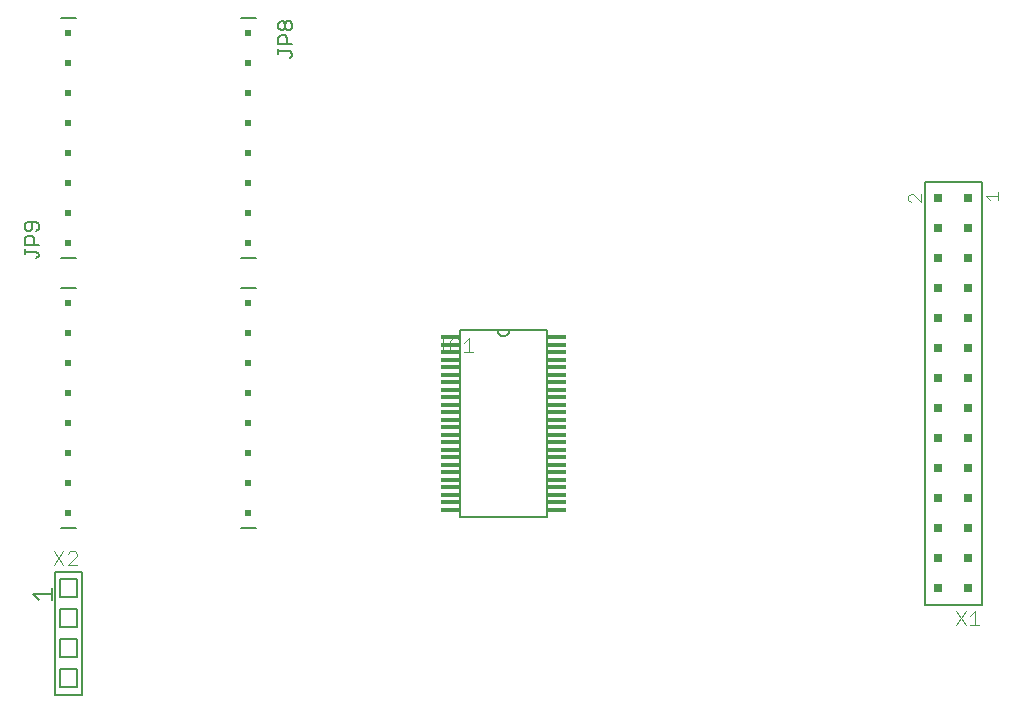
<source format=gto>
G75*
G70*
%OFA0B0*%
%FSLAX24Y24*%
%IPPOS*%
%LPD*%
%AMOC8*
5,1,8,0,0,1.08239X$1,22.5*
%
%ADD10C,0.0080*%
%ADD11C,0.0040*%
%ADD12R,0.0602X0.0138*%
%ADD13C,0.0030*%
%ADD14R,0.0276X0.0276*%
%ADD15C,0.0050*%
%ADD16R,0.0200X0.0200*%
D10*
X001645Y001049D02*
X001645Y005151D01*
X002555Y005151D01*
X002555Y001049D01*
X001645Y001049D01*
X001807Y001303D02*
X001807Y001893D01*
X002397Y001893D01*
X002397Y001303D01*
X001807Y001303D01*
X001807Y002303D02*
X001807Y002893D01*
X002397Y002893D01*
X002397Y002303D01*
X001807Y002303D01*
X001807Y003303D02*
X001807Y003893D01*
X002397Y003893D01*
X002397Y003303D01*
X001807Y003303D01*
X001807Y004303D02*
X001807Y004893D01*
X002397Y004893D01*
X002397Y004303D01*
X001807Y004303D01*
X001850Y006600D02*
X002350Y006600D01*
X007850Y006600D02*
X008350Y006600D01*
X015144Y006990D02*
X015144Y013210D01*
X018056Y013210D01*
X018056Y006990D01*
X015144Y006990D01*
X016403Y013210D02*
X016405Y013183D01*
X016410Y013157D01*
X016419Y013132D01*
X016432Y013108D01*
X016447Y013086D01*
X016466Y013066D01*
X016486Y013049D01*
X016509Y013035D01*
X016534Y013024D01*
X016560Y013017D01*
X016587Y013013D01*
X016613Y013013D01*
X016640Y013017D01*
X016666Y013024D01*
X016691Y013035D01*
X016714Y013049D01*
X016734Y013066D01*
X016753Y013086D01*
X016768Y013108D01*
X016781Y013132D01*
X016790Y013157D01*
X016795Y013183D01*
X016797Y013210D01*
X008350Y014600D02*
X007850Y014600D01*
X007850Y015600D02*
X008350Y015600D01*
X002350Y015600D02*
X001850Y015600D01*
X001850Y014600D02*
X002350Y014600D01*
X002350Y023600D02*
X001850Y023600D01*
X007850Y023600D02*
X008350Y023600D01*
X030645Y018151D02*
X032555Y018151D01*
X032555Y004049D01*
X030645Y004049D01*
X030645Y018151D01*
D11*
X015596Y012468D02*
X015289Y012468D01*
X015442Y012468D02*
X015442Y012929D01*
X015289Y012775D01*
X015135Y012852D02*
X015059Y012929D01*
X014905Y012929D01*
X014829Y012852D01*
X014829Y012545D01*
X014905Y012468D01*
X015059Y012468D01*
X015135Y012545D01*
X014675Y012468D02*
X014522Y012468D01*
X014598Y012468D02*
X014598Y012929D01*
X014522Y012929D02*
X014675Y012929D01*
X002387Y005754D02*
X002387Y005677D01*
X002080Y005370D01*
X002387Y005370D01*
X001927Y005370D02*
X001620Y005830D01*
X001927Y005830D02*
X001620Y005370D01*
X002080Y005754D02*
X002157Y005830D01*
X002311Y005830D01*
X002387Y005754D01*
X031699Y003830D02*
X032006Y003370D01*
X032160Y003370D02*
X032467Y003370D01*
X032313Y003370D02*
X032313Y003830D01*
X032160Y003677D01*
X032006Y003830D02*
X031699Y003370D01*
D12*
X018397Y007225D03*
X018397Y007475D03*
X018397Y007725D03*
X018397Y007975D03*
X018397Y008225D03*
X018397Y008475D03*
X018397Y008725D03*
X018397Y008975D03*
X018397Y009225D03*
X018397Y009475D03*
X018397Y009725D03*
X018397Y009975D03*
X018397Y010225D03*
X018397Y010475D03*
X018397Y010725D03*
X018397Y010975D03*
X018397Y011225D03*
X018397Y011475D03*
X018397Y011725D03*
X018397Y011975D03*
X018397Y012225D03*
X018397Y012475D03*
X018397Y012725D03*
X018397Y012975D03*
X014803Y012975D03*
X014803Y012725D03*
X014803Y012475D03*
X014803Y012225D03*
X014803Y011975D03*
X014803Y011725D03*
X014803Y011475D03*
X014803Y011225D03*
X014803Y010975D03*
X014803Y010725D03*
X014803Y010475D03*
X014803Y010225D03*
X014803Y009975D03*
X014803Y009725D03*
X014803Y009475D03*
X014803Y009225D03*
X014803Y008975D03*
X014803Y008725D03*
X014803Y008475D03*
X014803Y008225D03*
X014803Y007975D03*
X014803Y007725D03*
X014803Y007475D03*
X014803Y007225D03*
D13*
X030101Y017531D02*
X030101Y017666D01*
X030169Y017733D01*
X030236Y017733D01*
X030505Y017464D01*
X030505Y017733D01*
X030169Y017464D02*
X030101Y017531D01*
X032685Y017668D02*
X032819Y017533D01*
X032685Y017668D02*
X033088Y017668D01*
X033088Y017802D02*
X033088Y017533D01*
D14*
X032100Y017600D03*
X031100Y017600D03*
X031100Y016600D03*
X032100Y016600D03*
X032100Y015600D03*
X031100Y015600D03*
X031100Y014600D03*
X032100Y014600D03*
X032100Y013600D03*
X031100Y013600D03*
X031100Y012600D03*
X032100Y012600D03*
X032100Y011600D03*
X031100Y011600D03*
X031100Y010600D03*
X032100Y010600D03*
X032100Y009600D03*
X031100Y009600D03*
X031100Y008600D03*
X032100Y008600D03*
X032100Y007600D03*
X031100Y007600D03*
X031100Y006600D03*
X032100Y006600D03*
X032100Y005600D03*
X031100Y005600D03*
X031100Y004600D03*
X032100Y004600D03*
D15*
X009545Y022349D02*
X009545Y022424D01*
X009470Y022499D01*
X009095Y022499D01*
X009095Y022424D02*
X009095Y022574D01*
X009095Y022734D02*
X009095Y022959D01*
X009170Y023034D01*
X009320Y023034D01*
X009395Y022959D01*
X009395Y022734D01*
X009545Y022734D02*
X009095Y022734D01*
X009170Y023195D02*
X009245Y023195D01*
X009320Y023270D01*
X009320Y023420D01*
X009395Y023495D01*
X009470Y023495D01*
X009545Y023420D01*
X009545Y023270D01*
X009470Y023195D01*
X009395Y023195D01*
X009320Y023270D01*
X009320Y023420D02*
X009245Y023495D01*
X009170Y023495D01*
X009095Y023420D01*
X009095Y023270D01*
X009170Y023195D01*
X009545Y022349D02*
X009470Y022274D01*
X001105Y016741D02*
X001030Y016816D01*
X000730Y016816D01*
X000655Y016741D01*
X000655Y016591D01*
X000730Y016516D01*
X000805Y016516D01*
X000880Y016591D01*
X000880Y016816D01*
X001105Y016741D02*
X001105Y016591D01*
X001030Y016516D01*
X000880Y016356D02*
X000955Y016281D01*
X000955Y016055D01*
X001105Y016055D02*
X000655Y016055D01*
X000655Y016281D01*
X000730Y016356D01*
X000880Y016356D01*
X000655Y015895D02*
X000655Y015745D01*
X000655Y015820D02*
X001030Y015820D01*
X001105Y015745D01*
X001105Y015670D01*
X001030Y015595D01*
X001535Y004624D02*
X001535Y004217D01*
X001535Y004421D02*
X000924Y004421D01*
X001128Y004217D01*
D16*
X002100Y007100D03*
X002100Y008100D03*
X002100Y009100D03*
X002100Y010100D03*
X002100Y011100D03*
X002100Y012100D03*
X002100Y013100D03*
X002100Y014100D03*
X002100Y016100D03*
X002100Y017100D03*
X002100Y018100D03*
X002100Y019100D03*
X002100Y020100D03*
X002100Y021100D03*
X002100Y022100D03*
X002100Y023100D03*
X008100Y023100D03*
X008100Y022100D03*
X008100Y021100D03*
X008100Y020100D03*
X008100Y019100D03*
X008100Y018100D03*
X008100Y017100D03*
X008100Y016100D03*
X008100Y014100D03*
X008100Y013100D03*
X008100Y012100D03*
X008100Y011100D03*
X008100Y010100D03*
X008100Y009100D03*
X008100Y008100D03*
X008100Y007100D03*
M02*

</source>
